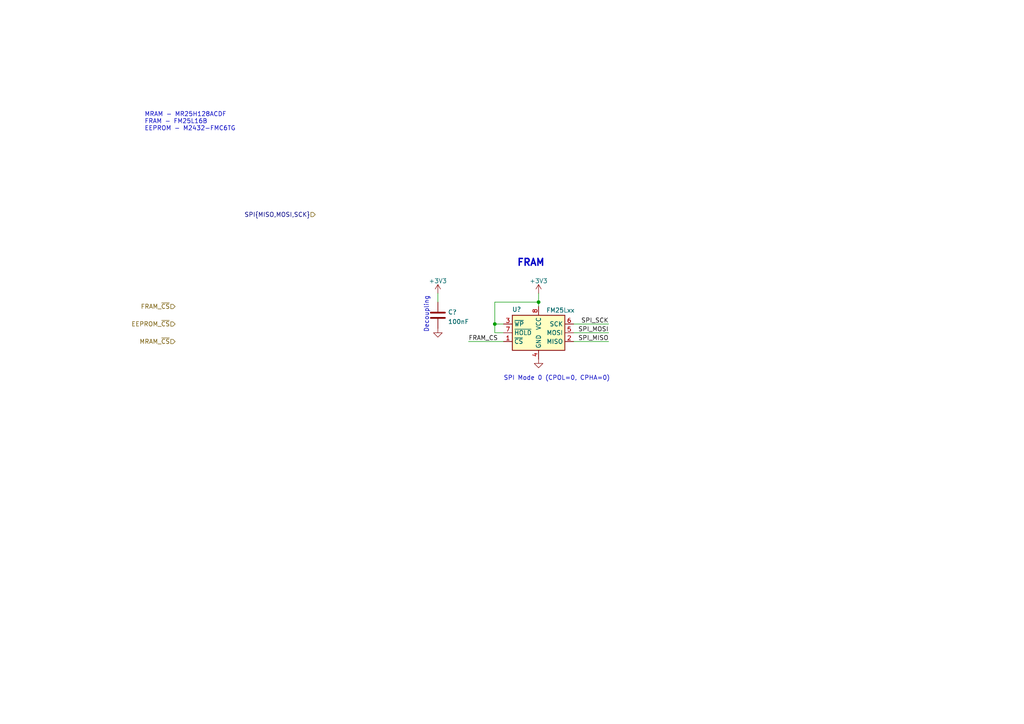
<source format=kicad_sch>
(kicad_sch (version 20211123) (generator eeschema)
  (paper "A4")
  (lib_symbols
    (symbol "Device:C" (pin_numbers hide) (pin_names (offset 0.254))
      (property "Reference" "C" (at 0.635 2.54 0))
      (property "Value" "C" (at 0.635 -2.54 0))
      (symbol "C_0_1"
        (polyline (pts (xy -2.032 -0.762) (xy 2.032 -0.762)) (stroke (width 0.508)))
        (polyline (pts (xy -2.032 0.762) (xy 2.032 0.762)) (stroke (width 0.508)))
      )
      (symbol "C_1_1"
        (pin passive line (at 0 3.81 270) (length 2.794) (name "~") (number "1"))
        (pin passive line (at 0 -3.81 90) (length 2.794) (name "~") (number "2"))
      )
    )
    (symbol "TCY_memory:FM25Lxx"
      (property "Reference" "U" (at -7.62 6.35 0))
      (property "Value" "FM25Lxx" (at 2.54 -6.35 0))
      (symbol "FM25Lxx_1_1"
        (rectangle (start -7.62 5.08) (end 7.62 -5.08) (stroke (width 0.254)) (fill (type background)))
        (pin input line (at -10.16 -2.54 0) (length 2.54) (name "~{CS}") (number "1"))
        (pin tri_state line (at 10.16 -2.54 180) (length 2.54) (name "MISO") (number "2"))
        (pin input line (at -10.16 2.54 0) (length 2.54) (name "~{WP}") (number "3"))
        (pin power_in line (at 0 -7.62 90) (length 2.54) (name "GND") (number "4"))
        (pin input line (at 10.16 0 180) (length 2.54) (name "MOSI") (number "5"))
        (pin input line (at 10.16 2.54 180) (length 2.54) (name "SCK") (number "6"))
        (pin input line (at -10.16 0 0) (length 2.54) (name "~{HOLD}") (number "7"))
        (pin power_in line (at 0 7.62 270) (length 2.54) (name "VCC") (number "8"))
        (pin passive line (at 0 -7.62 90) (length 2.54) hide (name "GND") (number "9"))
      )
    )
    (symbol "power:+3.3V" (power) (pin_names (offset 0))
      (property "Value" "+3.3V" (at 0 3.556 0))
      (symbol "+3.3V_0_1"
        (polyline (pts (xy -0.762 1.27) (xy 0 2.54)))
        (polyline (pts (xy 0 0) (xy 0 2.54)))
        (polyline (pts (xy 0 2.54) (xy 0.762 1.27)))
      )
      (symbol "+3.3V_1_1"
        (pin power_in line (at 0 0 90) (length 0) hide (name "+3V3") (number "1"))
      )
    )
    (symbol "power:GND" (power) (pin_names (offset 0))
      (property "Value" "GND" (at 0 -3.81 0))
      (symbol "GND_0_1"
        (polyline (pts (xy 0 0) (xy 0 -1.27) (xy 1.27 -1.27) (xy 0 -2.54) (xy -1.27 -1.27) (xy 0 -1.27)))
      )
      (symbol "GND_1_1"
        (pin power_in line (at 0 0 270) (length 0) hide (name "GND") (number "1"))
      )
    )
  )
  (junction (at 156.21 87.63) (diameter 0.9144))
  (junction (at 143.51 93.98) (diameter 0.9144))
  (wire (pts (xy 143.51 93.98) (xy 146.05 93.98)))
  (wire (pts (xy 146.05 96.52) (xy 143.51 96.52)))
  (wire (pts (xy 176.53 96.52) (xy 166.37 96.52)))
  (wire (pts (xy 176.53 93.98) (xy 166.37 93.98)))
  (wire (pts (xy 143.51 87.63) (xy 156.21 87.63)))
  (wire (pts (xy 143.51 93.98) (xy 143.51 87.63)))
  (wire (pts (xy 156.21 85.09) (xy 156.21 87.63)))
  (wire (pts (xy 135.89 99.06) (xy 146.05 99.06)))
  (wire (pts (xy 143.51 96.52) (xy 143.51 93.98)))
  (wire (pts (xy 127 85.09) (xy 127 87.63)))
  (wire (pts (xy 156.21 87.63) (xy 156.21 88.9)))
  (wire (pts (xy 176.53 99.06) (xy 166.37 99.06)))
  (text "MRAM - MR25H128ACDF\nFRAM - FM25L16B\nEEPROM - M2432-FMC6TG" (at 41.91 38.1 0) (effects (font (size 1.27 1.27)) (justify left bottom)))
  (text "Decoupling" (at 124.46 96.52 90) (effects (font (size 1.27 1.27)) (justify left bottom)))
  (text "FRAM" (at 149.86 77.47 0) (effects (font (size 2 2) (thickness 0.4) bold) (justify left bottom)))
  (text "SPI Mode 0 (CPOL=0, CPHA=0)" (at 146.05 110.49 0) (effects (font (size 1.27 1.27)) (justify left bottom)))
  (label "FRAM_CS" (at 135.89 99.06 0))
  (label "SPI_SCK" (at 176.53 93.98 180))
  (label "SPI_MISO" (at 176.53 99.06 180))
  (label "SPI_MOSI" (at 176.53 96.52 180))
  (hierarchical_label "SPI{MISO,MOSI,SCK}" (shape input) (at 91.44 62.23 180))
  (hierarchical_label "EEPROM_~{CS}" (shape input) (at 50.8 93.98 180))
  (hierarchical_label "FRAM_~{CS}" (shape input) (at 50.8 88.9 180))
  (hierarchical_label "MRAM_~{CS}" (shape input) (at 50.8 99.06 180))
  (symbol (lib_id "Device:C") (at 127 91.44 0) (unit 1)
    (property "Reference" "C?" (at 129.9211 90.5315 0) (effects (justify left)))
    (property "Value" "100nF" (at 129.9211 93.3066 0) (effects (justify left)))
    (property "Footprint" "TCY_passives:C_0603_1608Metric" (effects hide))
  )
  (symbol (lib_id "power:GND") (at 156.21 104.14 0) (unit 1)
    (property "Reference" "#PWR?" (effects hide))
    (property "Value" "GND" (effects hide))
  )
  (symbol (lib_id "TCY_memory:FM25Lxx") (at 156.21 96.52 0) (unit 1)
    (property "Reference" "U?" (at 149.86 89.7594 0))
    (property "Value" "FM25Lxx" (at 162.56 89.9945 0))
    (property "Footprint" "TCY_IC:DFN-8-1EP_4.5x4mm_P0.95mm_EP3.6x2.6mm" (effects hide))
    (property "Datasheet" "https://www.cypress.com/file/136516/download" (effects hide))
  )
  (symbol (lib_id "power:+3.3V") (at 156.21 85.09 0) (unit 1)
    (property "Reference" "#PWR?" (effects hide))
    (property "Value" "+3.3V" (at 156.21 81.4855 0))
  )
  (symbol (lib_id "power:+3.3V") (at 127 85.09 0) (unit 1)
    (property "Reference" "#PWR?" (effects hide))
    (property "Value" "+3.3V" (at 127 81.4855 0))
  )
  (symbol (lib_id "power:GND") (at 127 95.25 0) (unit 1)
    (property "Reference" "#PWR?" (effects hide))
    (property "Value" "GND" (effects hide))
  )
)
</source>
